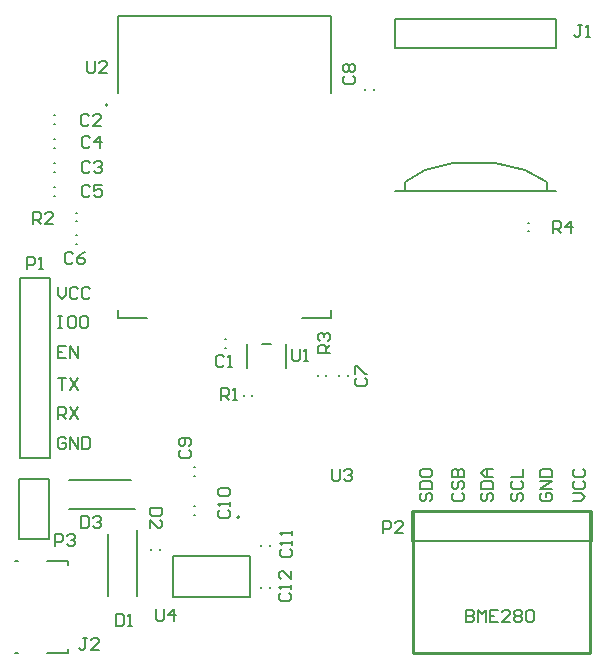
<source format=gbr>
%TF.GenerationSoftware,Altium Limited,Altium Designer,21.4.1 (30)*%
G04 Layer_Color=65535*
%FSLAX26Y26*%
%MOIN*%
%TF.SameCoordinates,1ED331C9-AAA6-4E36-89CA-E609260C48EE*%
%TF.FilePolarity,Positive*%
%TF.FileFunction,Legend,Top*%
%TF.Part,Single*%
G01*
G75*
%TA.AperFunction,NonConductor*%
%ADD51C,0.007874*%
%ADD52C,0.005000*%
%ADD53C,0.006000*%
%ADD54C,0.005906*%
%ADD55C,0.010000*%
%ADD56C,0.007000*%
D51*
X1464094Y598543D02*
G03*
X1464094Y598543I-3937J0D01*
G01*
X1025709Y1972716D02*
G03*
X1025709Y1972716I-3937J0D01*
G01*
X1564764Y503031D02*
Y506969D01*
X1535236Y503031D02*
Y506969D01*
Y363031D02*
Y366969D01*
X1564764Y363031D02*
Y366969D01*
X1796260Y1068898D02*
Y1072835D01*
X1825787Y1068898D02*
Y1072835D01*
X1726378Y1068898D02*
Y1072835D01*
X1753937Y1068898D02*
Y1072835D01*
X2427165Y1580709D02*
X2431102D01*
X2427165Y1553149D02*
X2431102D01*
X733465Y1397244D02*
X833465D01*
X733465Y797244D02*
X833465D01*
X733465D02*
Y1397244D01*
X833465Y797244D02*
Y1397244D01*
X847126Y1939842D02*
X851063D01*
X847126Y1910315D02*
X851063D01*
X847126Y1779842D02*
X851063D01*
X847126Y1750315D02*
X851063D01*
X847126Y1859842D02*
X851063D01*
X847126Y1830315D02*
X851063D01*
X847126Y1699842D02*
X851063D01*
X847126Y1670315D02*
X851063D01*
X1505906Y1001968D02*
Y1005905D01*
X1478346Y1001968D02*
Y1005905D01*
X918307Y1584646D02*
X922244D01*
X918307Y1612205D02*
X922244D01*
X918307Y1538189D02*
X922244D01*
X918307Y1508661D02*
X922244D01*
X1415354Y1162401D02*
X1419292D01*
X1415354Y1191929D02*
X1419292D01*
X830000Y525000D02*
Y725000D01*
X730000D02*
X830000D01*
X730000Y525000D02*
Y725000D01*
Y525000D02*
X830000D01*
X897638Y724213D02*
X1102362D01*
X897638Y625787D02*
X1116142D01*
X1025787Y337638D02*
Y542362D01*
X1124213Y337638D02*
Y556142D01*
X1171220Y488031D02*
Y491969D01*
X1198780Y488031D02*
Y491969D01*
X1313032Y605236D02*
X1316968D01*
X1313032Y634764D02*
X1316968D01*
X1313032Y735236D02*
X1316968D01*
X1313032Y764764D02*
X1316968D01*
X1882874Y2021653D02*
Y2025591D01*
X1912402Y2021653D02*
Y2025591D01*
X2038347Y518582D02*
Y618582D01*
X2638347Y518582D02*
Y618582D01*
X2038347Y518582D02*
X2638347D01*
X2038347Y618582D02*
X2638347D01*
D52*
X1241949Y470689D02*
X1498051D01*
X1241949Y332697D02*
Y470689D01*
Y332697D02*
X1498051D01*
Y470689D01*
X1061142Y1264055D02*
Y1289646D01*
Y1264055D02*
X1157599D01*
X1673347D02*
X1769803D01*
Y1289646D01*
X1061142Y2012087D02*
Y2267992D01*
X1769803D01*
Y2012087D02*
Y2267992D01*
X1984252Y1687008D02*
X2519685D01*
X1984252Y2257874D02*
X2519685D01*
X1984252Y2161417D02*
Y2255905D01*
X2519685Y2161417D02*
Y2255905D01*
X2015748Y1688976D02*
Y1716535D01*
X2488189Y1688976D02*
Y1716535D01*
X2015748D02*
X2082677Y1755906D01*
X2177166Y1779527D01*
X2314961D01*
X2417323Y1755906D01*
X2488189Y1716535D01*
X1984252Y2161417D02*
X2519685D01*
D53*
X1619118Y1096082D02*
Y1175082D01*
X1541210D02*
X1569026D01*
X1491118Y1096082D02*
Y1175082D01*
X717598Y145866D02*
X725472D01*
X717598Y452953D02*
X725472D01*
X2072882Y680296D02*
X2066218Y673631D01*
Y660302D01*
X2072882Y653638D01*
X2079547D01*
X2086211Y660302D01*
Y673631D01*
X2092876Y680296D01*
X2099540D01*
X2106205Y673631D01*
Y660302D01*
X2099540Y653638D01*
X2066218Y693625D02*
X2106205D01*
Y713618D01*
X2099540Y720283D01*
X2072882D01*
X2066218Y713618D01*
Y693625D01*
Y753605D02*
Y740276D01*
X2072882Y733612D01*
X2099540D01*
X2106205Y740276D01*
Y753605D01*
X2099540Y760270D01*
X2072882D01*
X2066218Y753605D01*
X860331Y927260D02*
Y967247D01*
X880324D01*
X886989Y960582D01*
Y947253D01*
X880324Y940589D01*
X860331D01*
X873660D02*
X886989Y927260D01*
X900318Y967247D02*
X926976Y927260D01*
Y967247D02*
X900318Y927260D01*
X2179181Y680296D02*
X2172517Y673631D01*
Y660302D01*
X2179181Y653638D01*
X2205839D01*
X2212504Y660302D01*
Y673631D01*
X2205839Y680296D01*
X2179181Y720283D02*
X2172517Y713618D01*
Y700289D01*
X2179181Y693625D01*
X2185846D01*
X2192510Y700289D01*
Y713618D01*
X2199175Y720283D01*
X2205839D01*
X2212504Y713618D01*
Y700289D01*
X2205839Y693625D01*
X2172517Y733612D02*
X2212504D01*
Y753606D01*
X2205839Y760270D01*
X2199175D01*
X2192510Y753606D01*
Y733612D01*
Y753606D01*
X2185846Y760270D01*
X2179181D01*
X2172517Y753606D01*
Y733612D01*
X886989Y858220D02*
X880324Y864885D01*
X866995D01*
X860331Y858220D01*
Y831562D01*
X866995Y824898D01*
X880324D01*
X886989Y831562D01*
Y844891D01*
X873660D01*
X900318Y824898D02*
Y864885D01*
X926976Y824898D01*
Y864885D01*
X940305D02*
Y824898D01*
X960298D01*
X966963Y831562D01*
Y858220D01*
X960298Y864885D01*
X940305D01*
X2576060Y653638D02*
X2602718D01*
X2616047Y666967D01*
X2602718Y680296D01*
X2576060D01*
X2582725Y720283D02*
X2576060Y713618D01*
Y700289D01*
X2582725Y693625D01*
X2609383D01*
X2616047Y700289D01*
Y713618D01*
X2609383Y720283D01*
X2582725Y760270D02*
X2576060Y753606D01*
Y740277D01*
X2582725Y733612D01*
X2609383D01*
X2616047Y740277D01*
Y753606D01*
X2609383Y760270D01*
X2474457Y680296D02*
X2467792Y673631D01*
Y660302D01*
X2474457Y653638D01*
X2501115D01*
X2507779Y660302D01*
Y673631D01*
X2501115Y680296D01*
X2487786D01*
Y666967D01*
X2507779Y693625D02*
X2467792D01*
X2507779Y720283D01*
X2467792D01*
Y733612D02*
X2507779D01*
Y753606D01*
X2501115Y760270D01*
X2474457D01*
X2467792Y753606D01*
Y733612D01*
X2277606Y680296D02*
X2270942Y673631D01*
Y660302D01*
X2277606Y653638D01*
X2284271D01*
X2290936Y660302D01*
Y673631D01*
X2297600Y680296D01*
X2304265D01*
X2310929Y673631D01*
Y660302D01*
X2304265Y653638D01*
X2270942Y693625D02*
X2310929D01*
Y713618D01*
X2304265Y720283D01*
X2277606D01*
X2270942Y713618D01*
Y693625D01*
X2310929Y733612D02*
X2284271D01*
X2270942Y746941D01*
X2284271Y760270D01*
X2310929D01*
X2290936D01*
Y733612D01*
X2376032Y680296D02*
X2369367Y673631D01*
Y660302D01*
X2376032Y653638D01*
X2382696D01*
X2389361Y660302D01*
Y673631D01*
X2396025Y680296D01*
X2402690D01*
X2409354Y673631D01*
Y660302D01*
X2402690Y653638D01*
X2376032Y720283D02*
X2369367Y713618D01*
Y700289D01*
X2376032Y693625D01*
X2402690D01*
X2409354Y700289D01*
Y713618D01*
X2402690Y720283D01*
X2369367Y733612D02*
X2409354D01*
Y760270D01*
X860331Y1061735D02*
X886989D01*
X873660D01*
Y1021748D01*
X900318Y1061735D02*
X926976Y1021748D01*
Y1061735D02*
X900318Y1021748D01*
X1187150Y293616D02*
Y260293D01*
X1193814Y253629D01*
X1207143D01*
X1213808Y260293D01*
Y293616D01*
X1247130Y253629D02*
Y293616D01*
X1227137Y273622D01*
X1253795D01*
X1606750Y491213D02*
X1600085Y484548D01*
Y471219D01*
X1606750Y464555D01*
X1633408D01*
X1640072Y471219D01*
Y484548D01*
X1633408Y491213D01*
X1640072Y504542D02*
Y517871D01*
Y511206D01*
X1600085D01*
X1606750Y504542D01*
X1640072Y537864D02*
Y551193D01*
Y544529D01*
X1600085D01*
X1606750Y537864D01*
X1602813Y346753D02*
X1596148Y340088D01*
Y326759D01*
X1602813Y320095D01*
X1629471D01*
X1636135Y326759D01*
Y340088D01*
X1629471Y346753D01*
X1636135Y360082D02*
Y373411D01*
Y366747D01*
X1596148D01*
X1602813Y360082D01*
X1636135Y420063D02*
Y393405D01*
X1609477Y420063D01*
X1602813D01*
X1596148Y413398D01*
Y400069D01*
X1602813Y393405D01*
X886989Y1170003D02*
X860331D01*
Y1130016D01*
X886989D01*
X860331Y1150009D02*
X873660D01*
X900318Y1130016D02*
Y1170003D01*
X926976Y1130016D01*
Y1170003D01*
X860331Y1268428D02*
X873660D01*
X866995D01*
Y1228441D01*
X860331D01*
X873660D01*
X913647Y1268428D02*
X900318D01*
X893653Y1261764D01*
Y1235105D01*
X900318Y1228441D01*
X913647D01*
X920311Y1235105D01*
Y1261764D01*
X913647Y1268428D01*
X933640Y1261764D02*
X940305Y1268428D01*
X953634D01*
X960298Y1261764D01*
Y1235105D01*
X953634Y1228441D01*
X940305D01*
X933640Y1235105D01*
Y1261764D01*
X860331Y1364885D02*
Y1338227D01*
X873660Y1324898D01*
X886989Y1338227D01*
Y1364885D01*
X926976Y1358220D02*
X920311Y1364885D01*
X906982D01*
X900318Y1358220D01*
Y1331562D01*
X906982Y1324898D01*
X920311D01*
X926976Y1331562D01*
X966963Y1358220D02*
X960298Y1364885D01*
X946969D01*
X940305Y1358220D01*
Y1331562D01*
X946969Y1324898D01*
X960298D01*
X966963Y1331562D01*
X954866Y2118419D02*
Y2085096D01*
X961531Y2078432D01*
X974860D01*
X981524Y2085096D01*
Y2118419D01*
X1021512Y2078432D02*
X994854D01*
X1021512Y2105090D01*
Y2111754D01*
X1014847Y2118419D01*
X1001518D01*
X994854Y2111754D01*
X1854781Y1062233D02*
X1848117Y1055569D01*
Y1042240D01*
X1854781Y1035575D01*
X1881439D01*
X1888104Y1042240D01*
Y1055569D01*
X1881439Y1062233D01*
X1848117Y1075562D02*
Y1102220D01*
X1854781D01*
X1881439Y1075562D01*
X1888104D01*
X1766056Y1147780D02*
X1726069D01*
Y1167773D01*
X1732734Y1174438D01*
X1746063D01*
X1752727Y1167773D01*
Y1147780D01*
Y1161109D02*
X1766056Y1174438D01*
X1732734Y1187767D02*
X1726069Y1194431D01*
Y1207761D01*
X1732734Y1214425D01*
X1739399D01*
X1746063Y1207761D01*
Y1201096D01*
Y1207761D01*
X1752727Y1214425D01*
X1759392D01*
X1766056Y1207761D01*
Y1194431D01*
X1759392Y1187767D01*
X2509985Y1546936D02*
Y1586923D01*
X2529978D01*
X2536643Y1580258D01*
Y1566929D01*
X2529978Y1560265D01*
X2509985D01*
X2523314D02*
X2536643Y1546936D01*
X2569965D02*
Y1586923D01*
X2549972Y1566929D01*
X2576630D01*
X756807Y1427251D02*
Y1467238D01*
X776800D01*
X783465Y1460573D01*
Y1447244D01*
X776800Y1440580D01*
X756807D01*
X796794Y1427251D02*
X810123D01*
X803458D01*
Y1467238D01*
X796794Y1460573D01*
X961839Y1936557D02*
X955175Y1943222D01*
X941846D01*
X935181Y1936557D01*
Y1909899D01*
X941846Y1903235D01*
X955175D01*
X961839Y1909899D01*
X1001827Y1903235D02*
X975168D01*
X1001827Y1929893D01*
Y1936557D01*
X995162Y1943222D01*
X981833D01*
X975168Y1936557D01*
X967745Y1779077D02*
X961080Y1785742D01*
X947751D01*
X941087Y1779077D01*
Y1752419D01*
X947751Y1745755D01*
X961080D01*
X967745Y1752419D01*
X981074Y1779077D02*
X987739Y1785742D01*
X1001067D01*
X1007732Y1779077D01*
Y1772412D01*
X1001067Y1765748D01*
X994403D01*
X1001067D01*
X1007732Y1759083D01*
Y1752419D01*
X1001067Y1745755D01*
X987739D01*
X981074Y1752419D01*
X967745Y1863723D02*
X961080Y1870387D01*
X947751D01*
X941087Y1863723D01*
Y1837065D01*
X947751Y1830400D01*
X961080D01*
X967745Y1837065D01*
X1001067Y1830400D02*
Y1870387D01*
X981074Y1850394D01*
X1007732D01*
X965776Y1698369D02*
X959112Y1705033D01*
X945783D01*
X939118Y1698369D01*
Y1671710D01*
X945783Y1665046D01*
X959112D01*
X965776Y1671710D01*
X1005764Y1705033D02*
X979106D01*
Y1685039D01*
X992434Y1691704D01*
X999099D01*
X1005764Y1685039D01*
Y1671710D01*
X999099Y1665046D01*
X985770D01*
X979106Y1671710D01*
X1638696Y1159757D02*
Y1126435D01*
X1645361Y1119770D01*
X1658690D01*
X1665354Y1126435D01*
Y1159757D01*
X1678683Y1119770D02*
X1692012D01*
X1685348D01*
Y1159757D01*
X1678683Y1153093D01*
X1404444Y989849D02*
Y1029836D01*
X1424438D01*
X1431102Y1023172D01*
Y1009842D01*
X1424438Y1003178D01*
X1404444D01*
X1417773D02*
X1431102Y989849D01*
X1444431D02*
X1457761D01*
X1451096D01*
Y1029836D01*
X1444431Y1023172D01*
X777701Y1576463D02*
Y1616450D01*
X797695D01*
X804359Y1609786D01*
Y1596457D01*
X797695Y1589792D01*
X777701D01*
X791030D02*
X804359Y1576463D01*
X844346D02*
X817688D01*
X844346Y1603121D01*
Y1609786D01*
X837682Y1616450D01*
X824353D01*
X817688Y1609786D01*
X910658Y1475928D02*
X903994Y1482592D01*
X890665D01*
X884000Y1475928D01*
Y1449269D01*
X890665Y1442605D01*
X903994D01*
X910658Y1449269D01*
X950645Y1482592D02*
X937316Y1475928D01*
X923987Y1462598D01*
Y1449269D01*
X930652Y1442605D01*
X943981D01*
X950645Y1449269D01*
Y1455934D01*
X943981Y1462598D01*
X923987D01*
X1413386Y1133408D02*
X1406721Y1140072D01*
X1393392D01*
X1386728Y1133408D01*
Y1106750D01*
X1393392Y1100085D01*
X1406721D01*
X1413386Y1106750D01*
X1426715Y1100085D02*
X1440044D01*
X1433379D01*
Y1140072D01*
X1426715Y1133408D01*
X1773764Y760151D02*
Y726828D01*
X1780429Y720164D01*
X1793758D01*
X1800422Y726828D01*
Y760151D01*
X1813751Y753487D02*
X1820416Y760151D01*
X1833745D01*
X1840409Y753487D01*
Y746822D01*
X1833745Y740158D01*
X1827080D01*
X1833745D01*
X1840409Y733493D01*
Y726828D01*
X1833745Y720164D01*
X1820416D01*
X1813751Y726828D01*
X848567Y503628D02*
Y543616D01*
X868561D01*
X875225Y536951D01*
Y523622D01*
X868561Y516957D01*
X848567D01*
X888554Y536951D02*
X895219Y543616D01*
X908548D01*
X915212Y536951D01*
Y530287D01*
X908548Y523622D01*
X901883D01*
X908548D01*
X915212Y516957D01*
Y510293D01*
X908548Y503628D01*
X895219D01*
X888554Y510293D01*
X957902Y197159D02*
X944573D01*
X951238D01*
Y163836D01*
X944573Y157172D01*
X937909D01*
X931244Y163836D01*
X997889Y157172D02*
X971231D01*
X997889Y183830D01*
Y190494D01*
X991225Y197159D01*
X977896D01*
X971231Y190494D01*
X937150Y602671D02*
Y562684D01*
X957143D01*
X963808Y569348D01*
Y596006D01*
X957143Y602671D01*
X937150D01*
X977137Y596006D02*
X983802Y602671D01*
X997130D01*
X1003795Y596006D01*
Y589342D01*
X997130Y582677D01*
X990466D01*
X997130D01*
X1003795Y576013D01*
Y569348D01*
X997130Y562684D01*
X983802D01*
X977137Y569348D01*
X1053342Y274994D02*
Y235006D01*
X1073335D01*
X1080000Y241671D01*
Y268329D01*
X1073335Y274994D01*
X1053342D01*
X1093329Y235006D02*
X1106658D01*
X1099994D01*
Y274994D01*
X1093329Y268329D01*
X1204994Y628322D02*
X1165006D01*
Y608329D01*
X1171671Y601664D01*
X1198329D01*
X1204994Y608329D01*
Y628322D01*
X1165006Y561677D02*
Y588335D01*
X1191665Y561677D01*
X1198329D01*
X1204994Y568342D01*
Y581671D01*
X1198329Y588335D01*
X1398088Y622343D02*
X1391424Y615679D01*
Y602350D01*
X1398088Y595686D01*
X1424746D01*
X1431411Y602350D01*
Y615679D01*
X1424746Y622343D01*
X1431411Y635673D02*
Y649002D01*
Y642337D01*
X1391424D01*
X1398088Y635673D01*
Y668995D02*
X1391424Y675660D01*
Y688989D01*
X1398088Y695653D01*
X1424746D01*
X1431411Y688989D01*
Y675660D01*
X1424746Y668995D01*
X1398088D01*
X1268167Y824044D02*
X1261503Y817380D01*
Y804051D01*
X1268167Y797386D01*
X1294825D01*
X1301490Y804051D01*
Y817380D01*
X1294825Y824044D01*
Y837373D02*
X1301490Y844038D01*
Y857367D01*
X1294825Y864031D01*
X1268167D01*
X1261503Y857367D01*
Y844038D01*
X1268167Y837373D01*
X1274832D01*
X1281496Y844038D01*
Y864031D01*
X2606299Y2240466D02*
X2592970D01*
X2599635D01*
Y2207143D01*
X2592970Y2200479D01*
X2586306D01*
X2579641Y2207143D01*
X2619628Y2200479D02*
X2632957D01*
X2626293D01*
Y2240466D01*
X2619628Y2233802D01*
X1817380Y2068139D02*
X1810715Y2061474D01*
Y2048145D01*
X1817380Y2041481D01*
X1844038D01*
X1850702Y2048145D01*
Y2061474D01*
X1844038Y2068139D01*
X1817380Y2081468D02*
X1810715Y2088132D01*
Y2101461D01*
X1817380Y2108126D01*
X1824044D01*
X1830709Y2101461D01*
X1837373Y2108126D01*
X1844038D01*
X1850702Y2101461D01*
Y2088132D01*
X1844038Y2081468D01*
X1837373D01*
X1830709Y2088132D01*
X1824044Y2081468D01*
X1817380D01*
X1830709Y2088132D02*
Y2101461D01*
X1943055Y544967D02*
Y584954D01*
X1963049D01*
X1969713Y578290D01*
Y564961D01*
X1963049Y558296D01*
X1943055D01*
X2009700Y544967D02*
X1983043D01*
X2009700Y571625D01*
Y578290D01*
X2003036Y584954D01*
X1989707D01*
X1983043Y578290D01*
D54*
X892795Y145866D02*
Y159646D01*
X823898Y145866D02*
X892795D01*
Y439173D02*
Y452953D01*
X823898D02*
X892795D01*
D55*
X2044016Y620157D02*
X2634567D01*
X2044016Y147716D02*
X2634567D01*
X2044016D02*
Y620157D01*
X2634016Y147716D02*
Y620157D01*
D56*
X2219598Y291082D02*
Y251095D01*
X2239592D01*
X2246256Y257759D01*
Y264423D01*
X2239592Y271088D01*
X2219598D01*
X2239592D01*
X2246256Y277752D01*
Y284417D01*
X2239592Y291082D01*
X2219598D01*
X2259586Y251095D02*
Y291082D01*
X2272914Y277752D01*
X2286244Y291082D01*
Y251095D01*
X2326231Y291082D02*
X2299573D01*
Y251095D01*
X2326231D01*
X2299573Y271088D02*
X2312902D01*
X2366218Y251095D02*
X2339560D01*
X2366218Y277752D01*
Y284417D01*
X2359553Y291082D01*
X2346224D01*
X2339560Y284417D01*
X2379547D02*
X2386211Y291082D01*
X2399540D01*
X2406205Y284417D01*
Y277752D01*
X2399540Y271088D01*
X2406205Y264423D01*
Y257759D01*
X2399540Y251095D01*
X2386211D01*
X2379547Y257759D01*
Y264423D01*
X2386211Y271088D01*
X2379547Y277752D01*
Y284417D01*
X2386211Y271088D02*
X2399540D01*
X2419534Y284417D02*
X2426198Y291082D01*
X2439527D01*
X2446192Y284417D01*
Y257759D01*
X2439527Y251095D01*
X2426198D01*
X2419534Y257759D01*
Y284417D01*
%TF.MD5,2604c7e38bd6f8137f3dab6543754c94*%
M02*

</source>
